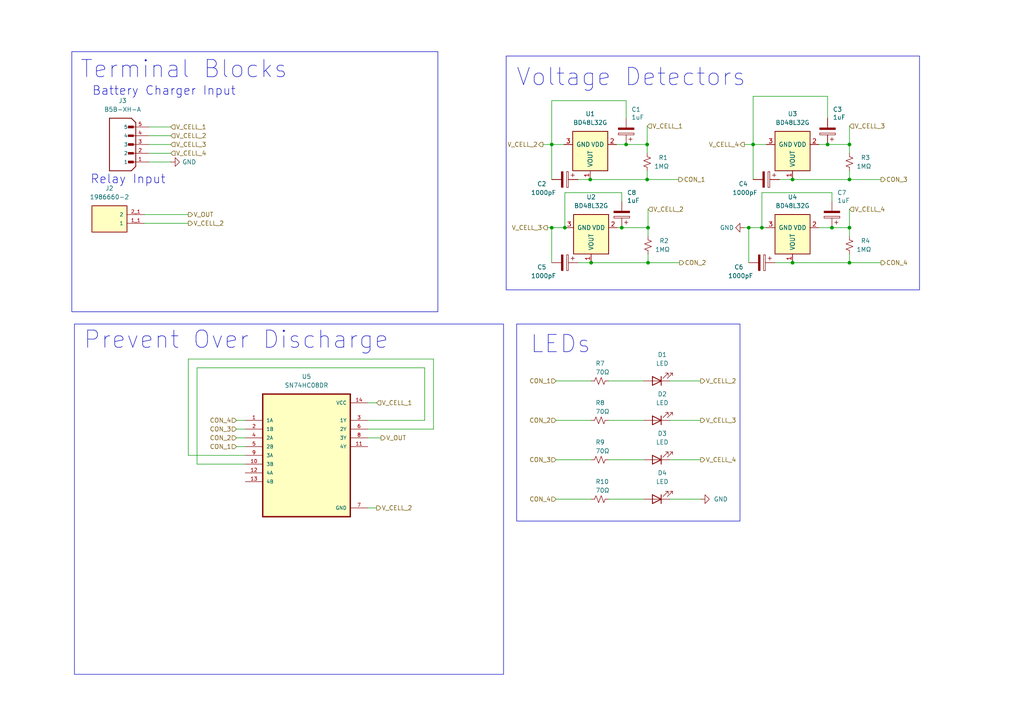
<source format=kicad_sch>
(kicad_sch (version 20231120) (generator "eeschema") (generator_version "8.0")
  (paper "A4")
  (lib_symbols
    (symbol "1986660-2:1986660-2" (pin_names (offset 1.016))
      (property "Reference" "J" (at -5.58 5.08 0))
      (property "Value" "1986660-2" (at -5.08 -5.08 0))
      (symbol "1986660-2_0_0"
        (rectangle (start -5.08 -2.54) (end 5.08 5.08) (stroke (width 0.254)) (fill (type background)))
        (pin passive line (at -10.16 2.54 0) (length 5.08) (name "1") (number "1_1"))
        (pin passive line (at -10.16 0 0) (length 5.08) (name "2") (number "2_1"))
      )
    )
    (symbol "B5B-XH-A:B5B-XH-A" (pin_names (offset 1.016))
      (property "Reference" "J" (at -2.54 8.89 0))
      (property "Value" "B5B-XH-A" (at -2.54 -10.16 0))
      (symbol "B5B-XH-A_0_0"
        (rectangle (start -3.175 -5.3975) (end -1.5875 -4.7625) (stroke (width 0.1)) (fill (type outline)))
        (rectangle (start -3.175 -2.8575) (end -1.5875 -2.2225) (stroke (width 0.1)) (fill (type outline)))
        (rectangle (start -3.175 -0.3175) (end -1.5875 0.3175) (stroke (width 0.1)) (fill (type outline)))
        (rectangle (start -3.175 2.2225) (end -1.5875 2.8575) (stroke (width 0.1)) (fill (type outline)))
        (rectangle (start -3.175 4.7625) (end -1.5875 5.3975) (stroke (width 0.1)) (fill (type outline)))
        (polyline (pts (xy -3.81 -6.35) (xy -2.54 -7.62)) (stroke (width 0.254)))
        (polyline (pts (xy -3.81 6.35) (xy -3.81 -6.35)) (stroke (width 0.254)))
        (polyline (pts (xy -3.81 6.35) (xy -2.54 7.62)) (stroke (width 0.254)))
        (polyline (pts (xy -2.54 -7.62) (xy 3.81 -7.62)) (stroke (width 0.254)))
        (polyline (pts (xy 3.81 -7.62) (xy 3.81 7.62)) (stroke (width 0.254)))
        (polyline (pts (xy 3.81 7.62) (xy -2.54 7.62)) (stroke (width 0.254)))
        (pin passive line (at -7.62 5.08 0) (length 5.08) (name "1") (number "1"))
        (pin passive line (at -7.62 2.54 0) (length 5.08) (name "2") (number "2"))
        (pin passive line (at -7.62 0 0) (length 5.08) (name "3") (number "3"))
        (pin passive line (at -7.62 -2.54 0) (length 5.08) (name "4") (number "4"))
        (pin passive line (at -7.62 -5.08 0) (length 5.08) (name "5") (number "5"))
      )
    )
    (symbol "Device:C_Polarized" (pin_numbers hide) (pin_names (offset 0.254))
      (property "Reference" "C" (at 0.635 2.54 0))
      (property "Value" "C_Polarized" (at 0.635 -2.54 0))
      (symbol "C_Polarized_0_1"
        (rectangle (start -2.286 0.508) (end 2.286 1.016))
        (polyline (pts (xy -1.778 2.286) (xy -0.762 2.286)))
        (polyline (pts (xy -1.27 2.794) (xy -1.27 1.778)))
        (rectangle (start 2.286 -0.508) (end -2.286 -1.016) (fill (type outline)))
      )
      (symbol "C_Polarized_1_1"
        (pin passive line (at 0 3.81 270) (length 2.794) (name "~") (number "1"))
        (pin passive line (at 0 -3.81 90) (length 2.794) (name "~") (number "2"))
      )
    )
    (symbol "Device:LED" (pin_numbers hide) (pin_names (offset 1.016) hide)
      (property "Reference" "D" (at 0 2.54 0))
      (property "Value" "LED" (at 0 -2.54 0))
      (symbol "LED_0_1"
        (polyline (pts (xy -1.27 -1.27) (xy -1.27 1.27)) (stroke (width 0.254)))
        (polyline (pts (xy -1.27 0) (xy 1.27 0)))
        (polyline (pts (xy 1.27 -1.27) (xy 1.27 1.27) (xy -1.27 0) (xy 1.27 -1.27)) (stroke (width 0.254)))
        (polyline (pts (xy -3.048 -0.762) (xy -4.572 -2.286) (xy -3.81 -2.286) (xy -4.572 -2.286) (xy -4.572 -1.524)))
        (polyline (pts (xy -1.778 -0.762) (xy -3.302 -2.286) (xy -2.54 -2.286) (xy -3.302 -2.286) (xy -3.302 -1.524)))
      )
      (symbol "LED_1_1"
        (pin passive line (at -3.81 0 0) (length 2.54) (name "K") (number "1"))
        (pin passive line (at 3.81 0 180) (length 2.54) (name "A") (number "2"))
      )
    )
    (symbol "Device:R_Small_US" (pin_numbers hide) (pin_names (offset 0.254) hide)
      (property "Reference" "R" (at 0.762 0.508 0))
      (property "Value" "R_Small_US" (at 0.762 -1.016 0))
      (symbol "R_Small_US_1_1"
        (polyline (pts (xy 0 0) (xy 1.016 -0.381) (xy 0 -0.762) (xy -1.016 -1.143) (xy 0 -1.524)))
        (polyline (pts (xy 0 1.524) (xy 1.016 1.143) (xy 0 0.762) (xy -1.016 0.381) (xy 0 0)))
        (pin passive line (at 0 2.54 270) (length 1.016) (name "~") (number "1"))
        (pin passive line (at 0 -2.54 90) (length 1.016) (name "~") (number "2"))
      )
    )
    (symbol "Power_Management:BD48LxxG" (pin_names (offset 1.016))
      (property "Reference" "U" (at -3.81 6.35 0))
      (property "Value" "BD48LxxG" (at -5.08 0 90))
      (symbol "BD48LxxG_1_1"
        (rectangle (start -3.81 5.08) (end 7.62 -5.08) (stroke (width 0.254)) (fill (type background)))
        (pin output line (at 10.16 0 180) (length 2.54) (name "VOUT") (number "1"))
        (pin power_in line (at 0 7.62 270) (length 2.54) (name "VDD") (number "2"))
        (pin power_in line (at 0 -7.62 90) (length 2.54) (name "GND") (number "3"))
      )
    )
    (symbol "SN74HC08DR:SN74HC08DR" (pin_names (offset 1.016))
      (property "Reference" "U" (at -12.7 18.78 0))
      (property "Value" "SN74HC08DR" (at -12.7 -21.78 0))
      (symbol "SN74HC08DR_0_0"
        (rectangle (start -12.7 -17.78) (end 12.7 17.78) (stroke (width 0.41)) (fill (type background)))
        (pin input line (at -17.78 10.16 0) (length 5.08) (name "1A") (number "1"))
        (pin input line (at -17.78 -2.54 0) (length 5.08) (name "3B") (number "10"))
        (pin output line (at 17.78 2.54 180) (length 5.08) (name "4Y") (number "11"))
        (pin input line (at -17.78 -5.08 0) (length 5.08) (name "4A") (number "12"))
        (pin input line (at -17.78 -7.62 0) (length 5.08) (name "4B") (number "13"))
        (pin power_in line (at 17.78 15.24 180) (length 5.08) (name "VCC") (number "14"))
        (pin input line (at -17.78 7.62 0) (length 5.08) (name "1B") (number "2"))
        (pin output line (at 17.78 10.16 180) (length 5.08) (name "1Y") (number "3"))
        (pin input line (at -17.78 5.08 0) (length 5.08) (name "2A") (number "4"))
        (pin input line (at -17.78 2.54 0) (length 5.08) (name "2B") (number "5"))
        (pin output line (at 17.78 7.62 180) (length 5.08) (name "2Y") (number "6"))
        (pin power_in line (at 17.78 -15.24 180) (length 5.08) (name "GND") (number "7"))
        (pin output line (at 17.78 5.08 180) (length 5.08) (name "3Y") (number "8"))
        (pin input line (at -17.78 0 0) (length 5.08) (name "3A") (number "9"))
      )
    )
    (symbol "power:GND" (power) (pin_names (offset 0))
      (property "Value" "GND" (at 0 -3.81 0))
      (symbol "GND_0_1"
        (polyline (pts (xy 0 0) (xy 0 -1.27) (xy 1.27 -1.27) (xy 0 -2.54) (xy -1.27 -1.27) (xy 0 -1.27)))
      )
      (symbol "GND_1_1"
        (pin power_in line (at 0 0 270) (length 0) hide (name "GND") (number "1"))
      )
    )
  )
  (junction (at 160.02 41.91))
  (junction (at 246.38 52.07))
  (junction (at 240.03 41.91))
  (junction (at 241.3 66.04))
  (junction (at 181.61 41.91))
  (junction (at 246.38 66.04))
  (junction (at 171.45 76.2))
  (junction (at 246.38 41.91))
  (junction (at 187.96 76.2))
  (junction (at 171.196 52.07))
  (junction (at 187.96 66.04))
  (junction (at 180.34 66.04))
  (junction (at 246.38 76.2))
  (junction (at 163.83 66.04))
  (junction (at 218.44 41.91))
  (junction (at 229.87 52.07))
  (junction (at 220.98 66.04))
  (junction (at 187.706 52.07))
  (junction (at 229.87 76.2))
  (junction (at 160.02 66.04))
  (junction (at 187.706 41.91))
  (junction (at 217.17 66.04))
  (wire (pts (xy 180.34 66.04) (xy 187.96 66.04)))
  (wire (pts (xy 163.83 66.04) (xy 160.02 66.04)))
  (wire (pts (xy 106.68 121.92) (xy 123.19 121.92)))
  (wire (pts (xy 41.91 64.77) (xy 54.61 64.77)))
  (wire (pts (xy 194.31 144.78) (xy 203.2 144.78)))
  (wire (pts (xy 161.29 110.49) (xy 171.45 110.49)))
  (wire (pts (xy 187.706 36.576) (xy 187.706 41.91)))
  (wire (pts (xy 218.44 27.94) (xy 218.44 41.91)))
  (wire (pts (xy 222.25 41.91) (xy 218.44 41.91)))
  (wire (pts (xy 246.38 76.2) (xy 246.38 73.66)))
  (wire (pts (xy 246.38 60.706) (xy 246.38 66.04)))
  (wire (pts (xy 246.38 52.07) (xy 246.38 49.53)))
  (wire (pts (xy 68.58 121.92) (xy 71.12 121.92)))
  (wire (pts (xy 187.96 76.2) (xy 197.104 76.2)))
  (wire (pts (xy 57.15 106.68) (xy 57.15 134.62)))
  (wire (pts (xy 106.68 124.46) (xy 125.73 124.46)))
  (wire (pts (xy 222.25 66.04) (xy 220.98 66.04)))
  (wire (pts (xy 246.38 52.07) (xy 255.524 52.07)))
  (wire (pts (xy 246.38 76.2) (xy 255.524 76.2)))
  (wire (pts (xy 240.03 34.29) (xy 240.03 27.94)))
  (wire (pts (xy 167.64 52.07) (xy 171.196 52.07)))
  (wire (pts (xy 180.34 55.88) (xy 163.83 55.88)))
  (wire (pts (xy 240.03 27.94) (xy 218.44 27.94)))
  (wire (pts (xy 226.06 52.07) (xy 229.87 52.07)))
  (wire (pts (xy 43.18 44.45) (xy 49.53 44.45)))
  (wire (pts (xy 224.79 76.2) (xy 229.87 76.2)))
  (wire (pts (xy 179.07 66.04) (xy 180.34 66.04)))
  (wire (pts (xy 41.91 62.23) (xy 54.61 62.23)))
  (wire (pts (xy 194.31 133.35) (xy 203.2 133.35)))
  (wire (pts (xy 237.49 66.04) (xy 241.3 66.04)))
  (wire (pts (xy 54.61 104.14) (xy 54.61 132.08)))
  (wire (pts (xy 229.87 52.07) (xy 246.38 52.07)))
  (wire (pts (xy 187.96 66.04) (xy 187.96 68.58)))
  (wire (pts (xy 43.18 39.37) (xy 49.53 39.37)))
  (wire (pts (xy 54.61 132.08) (xy 71.12 132.08)))
  (wire (pts (xy 194.31 121.92) (xy 203.2 121.92)))
  (wire (pts (xy 176.53 133.35) (xy 186.69 133.35)))
  (wire (pts (xy 106.68 116.84) (xy 109.22 116.84)))
  (wire (pts (xy 241.3 58.42) (xy 241.3 55.88)))
  (wire (pts (xy 163.83 55.88) (xy 163.83 66.04)))
  (wire (pts (xy 125.73 104.14) (xy 54.61 104.14)))
  (wire (pts (xy 220.98 55.88) (xy 220.98 66.04)))
  (wire (pts (xy 161.29 133.35) (xy 171.45 133.35)))
  (wire (pts (xy 246.38 41.91) (xy 246.38 44.45)))
  (wire (pts (xy 161.29 144.78) (xy 171.45 144.78)))
  (wire (pts (xy 187.706 41.91) (xy 187.706 44.45)))
  (wire (pts (xy 178.816 41.91) (xy 181.61 41.91)))
  (wire (pts (xy 123.19 121.92) (xy 123.19 106.68)))
  (wire (pts (xy 160.02 41.91) (xy 160.02 52.07)))
  (wire (pts (xy 43.18 46.99) (xy 49.53 46.99)))
  (wire (pts (xy 125.73 124.46) (xy 125.73 104.14)))
  (wire (pts (xy 241.3 55.88) (xy 220.98 55.88)))
  (wire (pts (xy 237.49 41.91) (xy 240.03 41.91)))
  (wire (pts (xy 246.38 66.04) (xy 246.38 68.58)))
  (wire (pts (xy 240.03 41.91) (xy 246.38 41.91)))
  (wire (pts (xy 160.02 66.04) (xy 160.02 76.2)))
  (wire (pts (xy 246.38 36.576) (xy 246.38 41.91)))
  (wire (pts (xy 43.18 41.91) (xy 49.53 41.91)))
  (wire (pts (xy 68.58 124.46) (xy 71.12 124.46)))
  (wire (pts (xy 229.87 76.2) (xy 246.38 76.2)))
  (wire (pts (xy 217.17 66.04) (xy 217.17 76.2)))
  (wire (pts (xy 187.96 76.2) (xy 187.96 73.66)))
  (wire (pts (xy 106.68 127) (xy 110.49 127)))
  (wire (pts (xy 176.53 110.49) (xy 186.69 110.49)))
  (wire (pts (xy 218.44 41.91) (xy 215.9 41.91)))
  (wire (pts (xy 171.196 52.07) (xy 187.706 52.07)))
  (wire (pts (xy 106.68 147.32) (xy 109.22 147.32)))
  (wire (pts (xy 176.53 144.78) (xy 186.69 144.78)))
  (wire (pts (xy 217.17 66.04) (xy 215.9 66.04)))
  (wire (pts (xy 218.44 41.91) (xy 218.44 52.07)))
  (wire (pts (xy 167.64 76.2) (xy 171.45 76.2)))
  (wire (pts (xy 180.34 58.42) (xy 180.34 55.88)))
  (wire (pts (xy 160.02 41.91) (xy 163.576 41.91)))
  (wire (pts (xy 187.706 52.07) (xy 196.85 52.07)))
  (wire (pts (xy 157.48 41.91) (xy 160.02 41.91)))
  (wire (pts (xy 57.15 134.62) (xy 71.12 134.62)))
  (wire (pts (xy 161.29 121.92) (xy 171.45 121.92)))
  (wire (pts (xy 181.61 29.21) (xy 160.02 29.21)))
  (wire (pts (xy 68.58 127) (xy 71.12 127)))
  (wire (pts (xy 160.02 29.21) (xy 160.02 41.91)))
  (wire (pts (xy 123.19 106.68) (xy 57.15 106.68)))
  (wire (pts (xy 181.61 34.29) (xy 181.61 29.21)))
  (wire (pts (xy 171.45 76.2) (xy 187.96 76.2)))
  (wire (pts (xy 187.706 52.07) (xy 187.706 49.53)))
  (wire (pts (xy 68.58 129.54) (xy 71.12 129.54)))
  (wire (pts (xy 241.3 66.04) (xy 246.38 66.04)))
  (wire (pts (xy 43.18 36.83) (xy 49.53 36.83)))
  (wire (pts (xy 181.61 41.91) (xy 187.706 41.91)))
  (wire (pts (xy 176.53 121.92) (xy 186.69 121.92)))
  (wire (pts (xy 160.02 66.04) (xy 158.75 66.04)))
  (wire (pts (xy 220.98 66.04) (xy 217.17 66.04)))
  (wire (pts (xy 194.31 110.49) (xy 203.2 110.49)))
  (wire (pts (xy 187.96 60.706) (xy 187.96 66.04)))
  (rectangle (start 21.59 93.98) (end 146.05 195.58))
  (rectangle (start 146.812 16.256) (end 266.7 84.074))
  (rectangle (start 20.828 14.986) (end 127 90.424))
  (rectangle (start 149.86 93.98) (end 214.63 151.13))
  (text "Voltage Detectors" (at 149.606 25.4 0) (effects (font (size 5 5)) (justify left bottom)))
  (text "LEDs" (at 153.67 102.87 0) (effects (font (size 5 5)) (justify left bottom)))
  (text "Terminal Blocks\n" (at 23.114 23.114 0) (effects (font (size 5 5)) (justify left bottom)))
  (text "Battery Charger Input\n" (at 26.67 27.94 0) (effects (font (size 2.54 2.54)) (justify left bottom)))
  (text "Relay Input\n" (at 26.162 53.594 0) (effects (font (size 2.54 2.54)) (justify left bottom)))
  (text "Prevent Over Discharge" (at 24.13 101.6 0) (effects (font (size 5 5)) (justify left bottom)))
  (hierarchical_label "CON_4" (shape output) (at 255.524 76.2 0))
  (hierarchical_label "CON_4" (shape input) (at 161.29 144.78 180))
  (hierarchical_label "V_CELL_4" (shape input) (at 49.53 44.45 0))
  (hierarchical_label "CON_3" (shape input) (at 161.29 133.35 180))
  (hierarchical_label "V_OUT" (shape output) (at 110.49 127 0))
  (hierarchical_label "V_CELL_1" (shape input) (at 109.22 116.84 0))
  (hierarchical_label "V_CELL_2" (shape output) (at 54.61 64.77 0))
  (hierarchical_label "V_CELL_4" (shape output) (at 215.9 41.91 180))
  (hierarchical_label "V_CELL_2" (shape output) (at 109.22 147.32 0))
  (hierarchical_label "CON_2" (shape output) (at 197.104 76.2 0))
  (hierarchical_label "V_CELL_1" (shape input) (at 49.53 36.83 0))
  (hierarchical_label "V_CELL_3" (shape input) (at 49.53 41.91 0))
  (hierarchical_label "V_CELL_2" (shape output) (at 157.48 41.91 180))
  (hierarchical_label "CON_3" (shape output) (at 255.524 52.07 0))
  (hierarchical_label "V_CELL_3" (shape output) (at 203.2 121.92 0))
  (hierarchical_label "V_CELL_4" (shape input) (at 246.38 60.706 0))
  (hierarchical_label "V_CELL_4" (shape output) (at 203.2 133.35 0))
  (hierarchical_label "V_CELL_3" (shape output) (at 158.75 66.04 180))
  (hierarchical_label "CON_1" (shape output) (at 196.85 52.07 0))
  (hierarchical_label "V_CELL_1" (shape input) (at 187.706 36.576 0))
  (hierarchical_label "V_CELL_2" (shape input) (at 49.53 39.37 0))
  (hierarchical_label "V_CELL_2" (shape output) (at 203.2 110.49 0))
  (hierarchical_label "CON_2" (shape input) (at 68.58 127 180))
  (hierarchical_label "CON_1" (shape input) (at 68.58 129.54 180))
  (hierarchical_label "CON_4" (shape input) (at 68.58 121.92 180))
  (hierarchical_label "V_CELL_3" (shape input) (at 246.38 36.576 0))
  (hierarchical_label "V_CELL_2" (shape input) (at 187.96 60.706 0))
  (hierarchical_label "CON_2" (shape input) (at 161.29 121.92 180))
  (hierarchical_label "CON_3" (shape input) (at 68.58 124.46 180))
  (hierarchical_label "CON_1" (shape input) (at 161.29 110.49 180))
  (hierarchical_label "V_OUT" (shape output) (at 54.61 62.23 0))
  (symbol (lib_id "Device:R_Small_US") (at 187.96 71.12 180) (unit 1)
    (property "Reference" "R2" (at 191.262 69.85 0) (effects (justify right)))
    (property "Value" "1MΩ" (at 189.992 72.39 0) (effects (justify right)))
    (property "Footprint" "Resistor_SMD:R_0805_2012Metric" (effects (hide yes)))
  )
  (symbol (lib_id "Device:LED") (at 190.5 144.78 180) (unit 1)
    (property "Reference" "D4" (at 192.0875 137.16 0))
    (property "Value" "LED" (at 192.0875 139.7 0))
    (property "Footprint" "LED_SMD:LED_0805_2012Metric" (effects (hide yes)))
    (property "Datasheet" "https://mm.digikey.com/Volume0/opasdata/d220001/medias/docus/3974/0805YGBD008S01.pdf" (effects (hide yes)))
  )
  (symbol (lib_id "Power_Management:BD48LxxG") (at 171.196 41.91 270) (unit 1)
    (property "Reference" "U1" (at 171.196 33.02 90))
    (property "Value" "BD48L32G" (at 171.196 35.56 90))
    (property "Footprint" "Package_TO_SOT_SMD:SOT-23" (effects (hide yes)))
    (property "Datasheet" "https://fscdn.rohm.com/en/products/databook/datasheet/ic/power/voltage_detector/bd48xxg-e.pdf" (effects (hide yes)))
  )
  (symbol (lib_id "Device:C_Polarized") (at 163.83 52.07 270) (unit 1)
    (property "Reference" "C2" (at 158.496 53.34 90) (effects (justify right)))
    (property "Value" "1000pF" (at 161.29 55.88 90) (effects (justify right)))
    (property "Footprint" "Capacitor_SMD:C_0805_2012Metric" (effects (hide yes)))
    (property "Description" "Polarized capacitor" (effects (hide yes)))
  )
  (symbol (lib_id "Power_Management:BD48LxxG") (at 171.45 66.04 270) (unit 1)
    (property "Reference" "U2" (at 171.45 57.15 90))
    (property "Value" "BD48L32G" (at 171.45 59.69 90))
    (property "Footprint" "Package_TO_SOT_SMD:SOT-23" (effects (hide yes)))
    (property "Datasheet" "https://fscdn.rohm.com/en/products/databook/datasheet/ic/power/voltage_detector/bd48xxg-e.pdf" (effects (hide yes)))
  )
  (symbol (lib_id "SN74HC08DR:SN74HC08DR") (at 88.9 132.08 0) (unit 1)
    (property "Reference" "U5" (at 88.9 109.22 0))
    (property "Value" "SN74HC08DR" (at 88.9 111.76 0))
    (property "Footprint" "SN74HC08DR:SOIC127P600X175-14N" (effects (hide yes)))
    (property "Datasheet" "https://www.ti.com/lit/ds/symlink/sn74hc08.pdf?HQS=dis-dk-null-digikeymode-dsf-pf-null-wwe&ts=1727476463679" (effects (hide yes)))
  )
  (symbol (lib_id "Device:R_Small_US") (at 246.38 71.12 180) (unit 1)
    (property "Reference" "R4" (at 249.682 69.85 0) (effects (justify right)))
    (property "Value" "1MΩ" (at 248.412 72.39 0) (effects (justify right)))
    (property "Footprint" "Resistor_SMD:R_0805_2012Metric" (effects (hide yes)))
  )
  (symbol (lib_id "Device:C_Polarized") (at 163.83 76.2 270) (unit 1)
    (property "Reference" "C5" (at 158.496 77.47 90) (effects (justify right)))
    (property "Value" "1000pF" (at 161.29 80.01 90) (effects (justify right)))
    (property "Footprint" "Capacitor_SMD:C_0805_2012Metric" (effects (hide yes)))
    (property "Description" "Polarized capacitor" (effects (hide yes)))
  )
  (symbol (lib_id "Device:R_Small_US") (at 246.38 46.99 180) (unit 1)
    (property "Reference" "R3" (at 249.682 45.72 0) (effects (justify right)))
    (property "Value" "1MΩ" (at 248.412 48.26 0) (effects (justify right)))
    (property "Footprint" "Resistor_SMD:R_0805_2012Metric" (effects (hide yes)))
  )
  (symbol (lib_id "Device:LED") (at 190.5 121.92 180) (unit 1)
    (property "Reference" "D2" (at 192.0875 114.3 0))
    (property "Value" "LED" (at 192.0875 116.84 0))
    (property "Footprint" "LED_SMD:LED_0805_2012Metric" (effects (hide yes)))
    (property "Datasheet" "https://mm.digikey.com/Volume0/opasdata/d220001/medias/docus/3974/0805YGBD008S01.pdf" (effects (hide yes)))
  )
  (symbol (lib_id "Device:LED") (at 190.5 133.35 180) (unit 1)
    (property "Reference" "D3" (at 192.0875 125.73 0))
    (property "Value" "LED" (at 192.0875 128.27 0))
    (property "Footprint" "LED_SMD:LED_0805_2012Metric" (effects (hide yes)))
    (property "Datasheet" "https://mm.digikey.com/Volume0/opasdata/d220001/medias/docus/3974/0805YGBD008S01.pdf" (effects (hide yes)))
  )
  (symbol (lib_id "power:GND") (at 203.2 144.78 90) (unit 1)
    (property "Reference" "#PWR015" (effects (hide yes)))
    (property "Value" "GND" (at 207.01 144.78 90) (effects (justify right)))
  )
  (symbol (lib_id "Device:R_Small_US") (at 173.99 110.49 90) (unit 1)
    (property "Reference" "R7" (at 172.72 105.41 90) (effects (justify right)))
    (property "Value" "70Ω" (at 172.72 107.95 90) (effects (justify right)))
    (property "Footprint" "Resistor_SMD:R_0805_2012Metric" (effects (hide yes)))
  )
  (symbol (lib_id "Device:R_Small_US") (at 173.99 133.35 90) (unit 1)
    (property "Reference" "R9" (at 172.72 128.27 90) (effects (justify right)))
    (property "Value" "70Ω" (at 172.72 130.81 90) (effects (justify right)))
    (property "Footprint" "Resistor_SMD:R_0805_2012Metric" (effects (hide yes)))
  )
  (symbol (lib_id "Device:R_Small_US") (at 173.99 144.78 90) (unit 1)
    (property "Reference" "R10" (at 172.72 139.7 90) (effects (justify right)))
    (property "Value" "70Ω" (at 172.72 142.24 90) (effects (justify right)))
    (property "Footprint" "Resistor_SMD:R_0805_2012Metric" (effects (hide yes)))
  )
  (symbol (lib_id "Device:C_Polarized") (at 241.3 62.23 180) (unit 1)
    (property "Reference" "C7" (at 242.824 55.88 0) (effects (justify right)))
    (property "Value" "1uF" (at 242.824 58.166 0) (effects (justify right)))
    (property "Footprint" "Capacitor_SMD:C_0805_2012Metric" (effects (hide yes)))
    (property "Description" "Polarized capacitor" (effects (hide yes)))
  )
  (symbol (lib_id "Device:C_Polarized") (at 180.34 62.23 180) (unit 1)
    (property "Reference" "C8" (at 181.864 55.88 0) (effects (justify right)))
    (property "Value" "1uF" (at 181.864 58.166 0) (effects (justify right)))
    (property "Footprint" "Capacitor_SMD:C_0805_2012Metric" (effects (hide yes)))
    (property "Description" "Polarized capacitor" (effects (hide yes)))
  )
  (symbol (lib_id "power:GND") (at 49.53 46.99 90) (unit 1)
    (property "Reference" "#PWR03" (effects (hide yes)))
    (property "Value" "GND" (at 52.832 46.99 90) (effects (justify right)))
  )
  (symbol (lib_id "Device:C_Polarized") (at 240.03 38.1 180) (unit 1)
    (property "Reference" "C3" (at 241.554 31.75 0) (effects (justify right)))
    (property "Value" "1uF" (at 241.554 34.036 0) (effects (justify right)))
    (property "Footprint" "Capacitor_SMD:C_0805_2012Metric" (effects (hide yes)))
    (property "Description" "Polarized capacitor" (effects (hide yes)))
  )
  (symbol (lib_id "Device:LED") (at 190.5 110.49 180) (unit 1)
    (property "Reference" "D1" (at 192.0875 102.87 0))
    (property "Value" "LED" (at 192.0875 105.41 0))
    (property "Footprint" "LED_SMD:LED_0805_2012Metric" (effects (hide yes)))
    (property "Datasheet" "https://mm.digikey.com/Volume0/opasdata/d220001/medias/docus/3974/0805YGBD008S01.pdf" (effects (hide yes)))
  )
  (symbol (lib_id "Power_Management:BD48LxxG") (at 229.87 66.04 270) (unit 1)
    (property "Reference" "U4" (at 229.87 57.15 90))
    (property "Value" "BD48L32G" (at 229.87 59.69 90))
    (property "Footprint" "Package_TO_SOT_SMD:SOT-23" (effects (hide yes)))
    (property "Datasheet" "https://fscdn.rohm.com/en/products/databook/datasheet/ic/power/voltage_detector/bd48xxg-e.pdf" (effects (hide yes)))
  )
  (symbol (lib_id "Device:C_Polarized") (at 222.25 52.07 270) (unit 1)
    (property "Reference" "C4" (at 216.916 53.34 90) (effects (justify right)))
    (property "Value" "1000pF" (at 219.71 55.88 90) (effects (justify right)))
    (property "Footprint" "Capacitor_SMD:C_0805_2012Metric" (effects (hide yes)))
    (property "Description" "Polarized capacitor" (effects (hide yes)))
  )
  (symbol (lib_id "power:GND") (at 215.9 66.04 270) (unit 1)
    (property "Reference" "#PWR07" (effects (hide yes)))
    (property "Value" "GND" (at 208.788 66.04 90) (effects (justify left)))
  )
  (symbol (lib_id "Device:R_Small_US") (at 173.99 121.92 90) (unit 1)
    (property "Reference" "R8" (at 172.72 116.84 90) (effects (justify right)))
    (property "Value" "70Ω" (at 172.72 119.38 90) (effects (justify right)))
    (property "Footprint" "Resistor_SMD:R_0805_2012Metric" (effects (hide yes)))
  )
  (symbol (lib_id "Device:C_Polarized") (at 181.61 38.1 180) (unit 1)
    (property "Reference" "C1" (at 183.134 31.75 0) (effects (justify right)))
    (property "Value" "1uF" (at 183.134 34.036 0) (effects (justify right)))
    (property "Footprint" "Capacitor_SMD:C_0805_2012Metric" (effects (hide yes)))
    (property "Description" "Polarized capacitor" (effects (hide yes)))
  )
  (symbol (lib_id "B5B-XH-A:B5B-XH-A") (at 35.56 41.91 180) (unit 1)
    (property "Reference" "J3" (at 35.56 29.21 0))
    (property "Value" "B5B-XH-A" (at 35.56 31.75 0))
    (property "Footprint" "Connector_JST:JST_XH_B5B-XH-A_1x05_P2.50mm_Vertical" (effects (hide yes)))
    (property "PARTREV" "7/4/21" (effects (hide yes)))
    (property "STANDARD" "Manufacturer Recommendations" (effects (hide yes)))
    (property "MAXIMUM_PACKAGE_HEIGHT" "7.00 mm" (effects (hide yes)))
    (property "MANUFACTURER" "JST" (effects (hide yes)))
  )
  (symbol (lib_id "Device:R_Small_US") (at 187.706 46.99 180) (unit 1)
    (property "Reference" "R1" (at 191.008 45.72 0) (effects (justify right)))
    (property "Value" "1MΩ" (at 189.738 48.26 0) (effects (justify right)))
    (property "Footprint" "Resistor_SMD:R_0805_2012Metric" (effects (hide yes)))
  )
  (symbol (lib_id "Power_Management:BD48LxxG") (at 229.87 41.91 270) (unit 1)
    (property "Reference" "U3" (at 229.87 33.02 90))
    (property "Value" "BD48L32G" (at 229.87 35.56 90))
    (property "Footprint" "Package_TO_SOT_SMD:SOT-23" (effects (hide yes)))
    (property "Datasheet" "https://fscdn.rohm.com/en/products/databook/datasheet/ic/power/voltage_detector/bd48xxg-e.pdf" (effects (hide yes)))
  )
  (symbol (lib_id "1986660-2:1986660-2") (at 31.75 62.23 180) (unit 1)
    (property "Reference" "J2" (at 31.75 54.61 0))
    (property "Value" "1986660-2" (at 31.75 57.15 0))
    (property "Footprint" "1986660_2:TE_1986660-2" (effects (hide yes)))
    (property "COMMENT" "1986660-2" (effects (hide yes)))
    (property "MF" "TE Connectivity" (effects (hide yes)))
    (property "DESCRIPTION" "Conn Terminal Block 2 POS 10.16mm Solder ST Thru-Hole 65A Package" (effects (hide yes)))
    (property "PACKAGE" "None" (effects (hide yes)))
    (property "PRICE" "None" (effects (hide yes)))
    (property "TE_PURCHASE_URL" "https://www.te.com/usa-en/product-1986660-2.html?te_bu=Cor&te_type=disp&te_campaign=seda_glo_cor-seda-global-disp-prtnr-fy19-seda-model-bom-cta_sma-317_1&elqCampaignId=32493" (effects (hide yes)))
    (property "MP" "1986660-2" (effects (hide yes)))
    (property "AVAILABILITY" "Unavailable" (effects (hide yes)))
  )
  (symbol (lib_id "Device:C_Polarized") (at 220.98 76.2 270) (unit 1)
    (property "Reference" "C6" (at 215.646 77.47 90) (effects (justify right)))
    (property "Value" "1000pF" (at 218.44 80.01 90) (effects (justify right)))
    (property "Footprint" "Capacitor_SMD:C_0805_2012Metric" (effects (hide yes)))
    (property "Description" "Polarized capacitor" (effects (hide yes)))
  )
)
</source>
